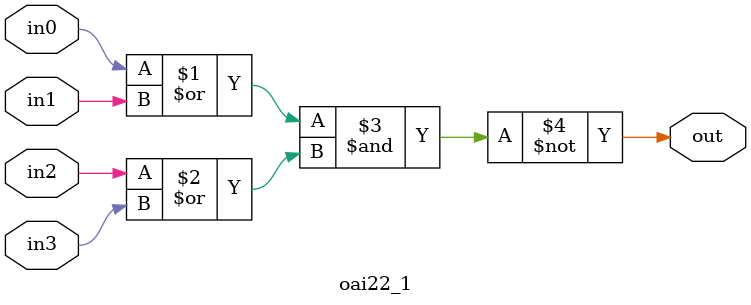
<source format=v>
module inv_1(in0, out);
input in0;
output out;
assign out = ~(in0);
endmodule

module nand2_1(in0, in1, out);
input in0, in1;
output out;
assign out = ~(in0 & in1);
endmodule

module nand3_1(in0, in1, in2, out);
input in0, in1, in2;
output out;
assign out = ~(in0 & in1 & in2);
endmodule

module nand4_1(in0, in1, in2, in3, out);
input in0, in1, in2, in3;
output out;
assign out = ~(in0 & in1 & in2 & in3);
endmodule

module nor2_1(in0, in1, out);
input in0, in1;
output out;
assign out = ~(in0 | in1);
endmodule

module nor3_1(in0, in1, in2, out);
input in0, in1, in2;
output out;
assign out = ~(in0 | in1 | in2);
endmodule

module aoi21_1(in0, in1, in2, out);
input in0, in1, in2;
output out;
assign out = ~((in0 & in1) | in2);
endmodule

module aoi22_1(in0, in1, in2, in3, out);
input in0, in1, in2, in3;
output out;
assign out = ~((in0 & in1) | (in2 & in3));
endmodule

module oai21_1(in0, in1, in2, out);
input in0, in1, in2;
output out;
assign out = ~((in0 | in1) & in2);
endmodule

module oai22_1(in0, in1, in2, in3, out);
input in0, in1, in2, in3;
output out;
assign out = ~((in0 | in1) & (in2 | in3));
endmodule


</source>
